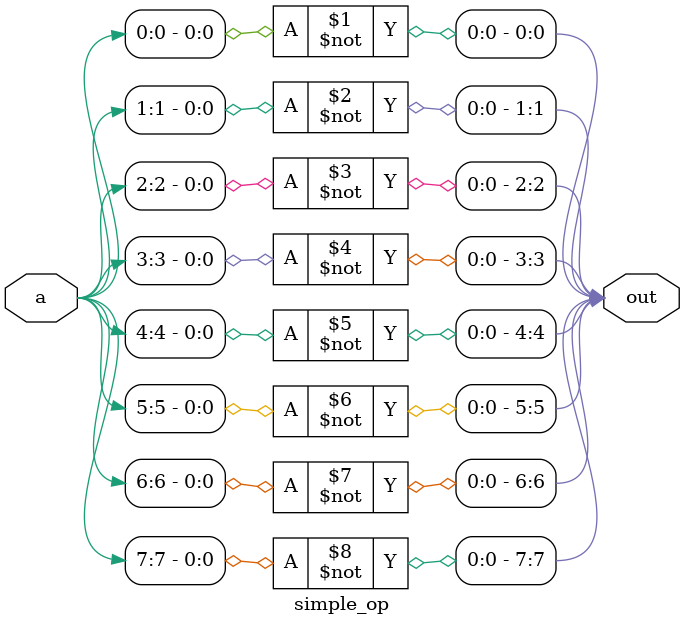
<source format=v>
`define WIDTH 8

module simple_op(a, out);
    input   [`WIDTH-1:0]a;
    output  [`WIDTH-1:0]out;

    not(out[0], a[0]);
    not(out[1], a[1]);
    not(out[2], a[2]);
    not(out[3], a[3]);
    not(out[4], a[4]);
    not(out[5], a[5]);
    not(out[6], a[6]);
    not(out[7], a[7]);

endmodule
</source>
